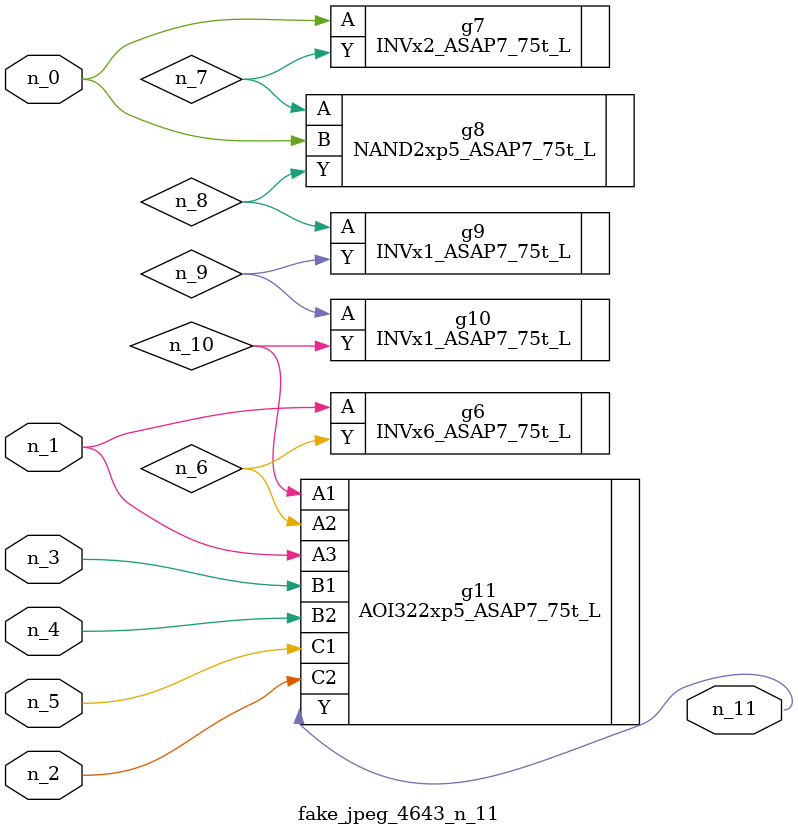
<source format=v>
module fake_jpeg_4643_n_11 (n_3, n_2, n_1, n_0, n_4, n_5, n_11);

input n_3;
input n_2;
input n_1;
input n_0;
input n_4;
input n_5;

output n_11;

wire n_10;
wire n_8;
wire n_9;
wire n_6;
wire n_7;

INVx6_ASAP7_75t_L g6 ( 
.A(n_1),
.Y(n_6)
);

INVx2_ASAP7_75t_L g7 ( 
.A(n_0),
.Y(n_7)
);

NAND2xp5_ASAP7_75t_L g8 ( 
.A(n_7),
.B(n_0),
.Y(n_8)
);

INVx1_ASAP7_75t_L g9 ( 
.A(n_8),
.Y(n_9)
);

INVx1_ASAP7_75t_L g10 ( 
.A(n_9),
.Y(n_10)
);

AOI322xp5_ASAP7_75t_L g11 ( 
.A1(n_10),
.A2(n_6),
.A3(n_1),
.B1(n_3),
.B2(n_4),
.C1(n_5),
.C2(n_2),
.Y(n_11)
);


endmodule
</source>
